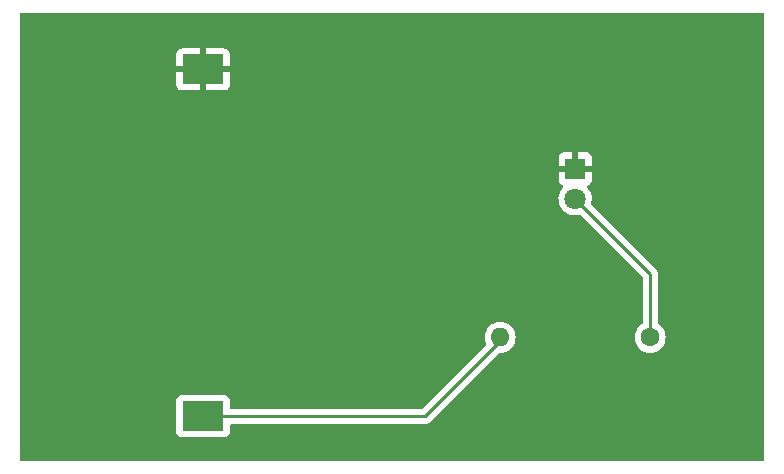
<source format=gbl>
%TF.GenerationSoftware,KiCad,Pcbnew,(6.0.5)*%
%TF.CreationDate,2022-05-25T19:28:13+08:00*%
%TF.ProjectId,uinio,75696e69-6f2e-46b6-9963-61645f706362,rev?*%
%TF.SameCoordinates,Original*%
%TF.FileFunction,Copper,L2,Bot*%
%TF.FilePolarity,Positive*%
%FSLAX46Y46*%
G04 Gerber Fmt 4.6, Leading zero omitted, Abs format (unit mm)*
G04 Created by KiCad (PCBNEW (6.0.5)) date 2022-05-25 19:28:13*
%MOMM*%
%LPD*%
G01*
G04 APERTURE LIST*
%TA.AperFunction,ComponentPad*%
%ADD10R,1.800000X1.800000*%
%TD*%
%TA.AperFunction,ComponentPad*%
%ADD11C,1.800000*%
%TD*%
%TA.AperFunction,ComponentPad*%
%ADD12C,1.600000*%
%TD*%
%TA.AperFunction,ComponentPad*%
%ADD13O,1.600000X1.600000*%
%TD*%
%TA.AperFunction,SMDPad,CuDef*%
%ADD14R,3.510000X2.540000*%
%TD*%
%TA.AperFunction,ViaPad*%
%ADD15C,0.800000*%
%TD*%
%TA.AperFunction,Conductor*%
%ADD16C,0.250000*%
%TD*%
G04 APERTURE END LIST*
D10*
%TO.P,D1,1,K*%
%TO.N,GND*%
X178500000Y-74225000D03*
D11*
%TO.P,D1,2,A*%
%TO.N,/LED*%
X178500000Y-76765000D03*
%TD*%
D12*
%TO.P,R1,1*%
%TO.N,/LED*%
X184850000Y-88500000D03*
D13*
%TO.P,R1,2*%
%TO.N,VCC*%
X172150000Y-88500000D03*
%TD*%
D14*
%TO.P,BT1,1,+*%
%TO.N,VCC*%
X147000000Y-95180000D03*
%TO.P,BT1,2,-*%
%TO.N,GND*%
X147000000Y-65820000D03*
%TD*%
D15*
%TO.N,GND*%
X157500000Y-65900000D03*
X170950000Y-74200000D03*
%TD*%
D16*
%TO.N,VCC*%
X148300000Y-95200000D02*
X165800000Y-95200000D01*
X147000000Y-95180000D02*
X148280000Y-95180000D01*
X172150000Y-88850000D02*
X172150000Y-88500000D01*
X148280000Y-95180000D02*
X148300000Y-95200000D01*
X165800000Y-95200000D02*
X172150000Y-88850000D01*
%TO.N,GND*%
X157420000Y-65820000D02*
X147000000Y-65820000D01*
X170975000Y-74225000D02*
X170950000Y-74200000D01*
X178500000Y-74225000D02*
X170975000Y-74225000D01*
X157500000Y-65900000D02*
X157420000Y-65820000D01*
%TO.N,/LED*%
X184850000Y-88500000D02*
X184850000Y-83115000D01*
X184850000Y-83115000D02*
X178500000Y-76765000D01*
%TD*%
%TA.AperFunction,Conductor*%
%TO.N,GND*%
G36*
X194433621Y-61028502D02*
G01*
X194480114Y-61082158D01*
X194491500Y-61134500D01*
X194491500Y-98865500D01*
X194471498Y-98933621D01*
X194417842Y-98980114D01*
X194365500Y-98991500D01*
X131634500Y-98991500D01*
X131566379Y-98971498D01*
X131519886Y-98917842D01*
X131508500Y-98865500D01*
X131508500Y-96498134D01*
X144736500Y-96498134D01*
X144743255Y-96560316D01*
X144794385Y-96696705D01*
X144881739Y-96813261D01*
X144998295Y-96900615D01*
X145134684Y-96951745D01*
X145196866Y-96958500D01*
X148803134Y-96958500D01*
X148865316Y-96951745D01*
X149001705Y-96900615D01*
X149118261Y-96813261D01*
X149205615Y-96696705D01*
X149256745Y-96560316D01*
X149263500Y-96498134D01*
X149263500Y-95959500D01*
X149283502Y-95891379D01*
X149337158Y-95844886D01*
X149389500Y-95833500D01*
X165721233Y-95833500D01*
X165732416Y-95834027D01*
X165739909Y-95835702D01*
X165747835Y-95835453D01*
X165747836Y-95835453D01*
X165807986Y-95833562D01*
X165811945Y-95833500D01*
X165839856Y-95833500D01*
X165843791Y-95833003D01*
X165843856Y-95832995D01*
X165855693Y-95832062D01*
X165887951Y-95831048D01*
X165891970Y-95830922D01*
X165899889Y-95830673D01*
X165919343Y-95825021D01*
X165938700Y-95821013D01*
X165950930Y-95819468D01*
X165950931Y-95819468D01*
X165958797Y-95818474D01*
X165966168Y-95815555D01*
X165966170Y-95815555D01*
X165999912Y-95802196D01*
X166011142Y-95798351D01*
X166045983Y-95788229D01*
X166045984Y-95788229D01*
X166053593Y-95786018D01*
X166060412Y-95781985D01*
X166060417Y-95781983D01*
X166071028Y-95775707D01*
X166088776Y-95767012D01*
X166107617Y-95759552D01*
X166143387Y-95733564D01*
X166153307Y-95727048D01*
X166184535Y-95708580D01*
X166184538Y-95708578D01*
X166191362Y-95704542D01*
X166205683Y-95690221D01*
X166220717Y-95677380D01*
X166230694Y-95670131D01*
X166237107Y-95665472D01*
X166265298Y-95631395D01*
X166273288Y-95622616D01*
X172046298Y-89849607D01*
X172108610Y-89815581D01*
X172139018Y-89813648D01*
X172139018Y-89813019D01*
X172144525Y-89813019D01*
X172150000Y-89813498D01*
X172378087Y-89793543D01*
X172383400Y-89792119D01*
X172383402Y-89792119D01*
X172593933Y-89735707D01*
X172593935Y-89735706D01*
X172599243Y-89734284D01*
X172604225Y-89731961D01*
X172801762Y-89639849D01*
X172801767Y-89639846D01*
X172806749Y-89637523D01*
X172911611Y-89564098D01*
X172989789Y-89509357D01*
X172989792Y-89509355D01*
X172994300Y-89506198D01*
X173156198Y-89344300D01*
X173287523Y-89156749D01*
X173289846Y-89151767D01*
X173289849Y-89151762D01*
X173381961Y-88954225D01*
X173381961Y-88954224D01*
X173384284Y-88949243D01*
X173443543Y-88728087D01*
X173463498Y-88500000D01*
X173443543Y-88271913D01*
X173384284Y-88050757D01*
X173381961Y-88045775D01*
X173289849Y-87848238D01*
X173289846Y-87848233D01*
X173287523Y-87843251D01*
X173156198Y-87655700D01*
X172994300Y-87493802D01*
X172989792Y-87490645D01*
X172989789Y-87490643D01*
X172837228Y-87383819D01*
X172806749Y-87362477D01*
X172801767Y-87360154D01*
X172801762Y-87360151D01*
X172604225Y-87268039D01*
X172604224Y-87268039D01*
X172599243Y-87265716D01*
X172593935Y-87264294D01*
X172593933Y-87264293D01*
X172383402Y-87207881D01*
X172383400Y-87207881D01*
X172378087Y-87206457D01*
X172150000Y-87186502D01*
X171921913Y-87206457D01*
X171916600Y-87207881D01*
X171916598Y-87207881D01*
X171706067Y-87264293D01*
X171706065Y-87264294D01*
X171700757Y-87265716D01*
X171695776Y-87268039D01*
X171695775Y-87268039D01*
X171498238Y-87360151D01*
X171498233Y-87360154D01*
X171493251Y-87362477D01*
X171462772Y-87383819D01*
X171310211Y-87490643D01*
X171310208Y-87490645D01*
X171305700Y-87493802D01*
X171143802Y-87655700D01*
X171012477Y-87843251D01*
X171010154Y-87848233D01*
X171010151Y-87848238D01*
X170918039Y-88045775D01*
X170915716Y-88050757D01*
X170856457Y-88271913D01*
X170836502Y-88500000D01*
X170856457Y-88728087D01*
X170915716Y-88949243D01*
X170918039Y-88954225D01*
X170918041Y-88954230D01*
X170954479Y-89032373D01*
X170965140Y-89102565D01*
X170936159Y-89167377D01*
X170929379Y-89174717D01*
X165574500Y-94529595D01*
X165512188Y-94563621D01*
X165485405Y-94566500D01*
X149389500Y-94566500D01*
X149321379Y-94546498D01*
X149274886Y-94492842D01*
X149263500Y-94440500D01*
X149263500Y-93861866D01*
X149256745Y-93799684D01*
X149205615Y-93663295D01*
X149118261Y-93546739D01*
X149001705Y-93459385D01*
X148865316Y-93408255D01*
X148803134Y-93401500D01*
X145196866Y-93401500D01*
X145134684Y-93408255D01*
X144998295Y-93459385D01*
X144881739Y-93546739D01*
X144794385Y-93663295D01*
X144743255Y-93799684D01*
X144736500Y-93861866D01*
X144736500Y-96498134D01*
X131508500Y-96498134D01*
X131508500Y-76730469D01*
X177087095Y-76730469D01*
X177087392Y-76735622D01*
X177087392Y-76735625D01*
X177093067Y-76834041D01*
X177100427Y-76961697D01*
X177101564Y-76966743D01*
X177101565Y-76966749D01*
X177122252Y-77058541D01*
X177151346Y-77187642D01*
X177153288Y-77192424D01*
X177153289Y-77192428D01*
X177159193Y-77206967D01*
X177238484Y-77402237D01*
X177359501Y-77599719D01*
X177511147Y-77774784D01*
X177689349Y-77922730D01*
X177889322Y-78039584D01*
X178105694Y-78122209D01*
X178110760Y-78123240D01*
X178110761Y-78123240D01*
X178115401Y-78124184D01*
X178332656Y-78168385D01*
X178463324Y-78173176D01*
X178558949Y-78176683D01*
X178558953Y-78176683D01*
X178564113Y-78176872D01*
X178569233Y-78176216D01*
X178569235Y-78176216D01*
X178788719Y-78148099D01*
X178788720Y-78148099D01*
X178793847Y-78147442D01*
X178798798Y-78145957D01*
X178798801Y-78145956D01*
X178869985Y-78124600D01*
X178940980Y-78124184D01*
X178995287Y-78156191D01*
X184179595Y-83340500D01*
X184213621Y-83402812D01*
X184216500Y-83429595D01*
X184216500Y-87280606D01*
X184196498Y-87348727D01*
X184162771Y-87383819D01*
X184010211Y-87490643D01*
X184010208Y-87490645D01*
X184005700Y-87493802D01*
X183843802Y-87655700D01*
X183712477Y-87843251D01*
X183710154Y-87848233D01*
X183710151Y-87848238D01*
X183618039Y-88045775D01*
X183615716Y-88050757D01*
X183556457Y-88271913D01*
X183536502Y-88500000D01*
X183556457Y-88728087D01*
X183615716Y-88949243D01*
X183618039Y-88954224D01*
X183618039Y-88954225D01*
X183710151Y-89151762D01*
X183710154Y-89151767D01*
X183712477Y-89156749D01*
X183843802Y-89344300D01*
X184005700Y-89506198D01*
X184010208Y-89509355D01*
X184010211Y-89509357D01*
X184088389Y-89564098D01*
X184193251Y-89637523D01*
X184198233Y-89639846D01*
X184198238Y-89639849D01*
X184395775Y-89731961D01*
X184400757Y-89734284D01*
X184406065Y-89735706D01*
X184406067Y-89735707D01*
X184616598Y-89792119D01*
X184616600Y-89792119D01*
X184621913Y-89793543D01*
X184850000Y-89813498D01*
X185078087Y-89793543D01*
X185083400Y-89792119D01*
X185083402Y-89792119D01*
X185293933Y-89735707D01*
X185293935Y-89735706D01*
X185299243Y-89734284D01*
X185304225Y-89731961D01*
X185501762Y-89639849D01*
X185501767Y-89639846D01*
X185506749Y-89637523D01*
X185611611Y-89564098D01*
X185689789Y-89509357D01*
X185689792Y-89509355D01*
X185694300Y-89506198D01*
X185856198Y-89344300D01*
X185987523Y-89156749D01*
X185989846Y-89151767D01*
X185989849Y-89151762D01*
X186081961Y-88954225D01*
X186081961Y-88954224D01*
X186084284Y-88949243D01*
X186143543Y-88728087D01*
X186163498Y-88500000D01*
X186143543Y-88271913D01*
X186084284Y-88050757D01*
X186081961Y-88045775D01*
X185989849Y-87848238D01*
X185989846Y-87848233D01*
X185987523Y-87843251D01*
X185856198Y-87655700D01*
X185694300Y-87493802D01*
X185689792Y-87490645D01*
X185689789Y-87490643D01*
X185537229Y-87383819D01*
X185492901Y-87328362D01*
X185483500Y-87280606D01*
X185483500Y-83193767D01*
X185484027Y-83182584D01*
X185485702Y-83175091D01*
X185483562Y-83107014D01*
X185483500Y-83103055D01*
X185483500Y-83075144D01*
X185482995Y-83071144D01*
X185482062Y-83059301D01*
X185480922Y-83023029D01*
X185480673Y-83015110D01*
X185475022Y-82995658D01*
X185471014Y-82976306D01*
X185469467Y-82964063D01*
X185468474Y-82956203D01*
X185465556Y-82948832D01*
X185452200Y-82915097D01*
X185448355Y-82903870D01*
X185447721Y-82901687D01*
X185436018Y-82861407D01*
X185425707Y-82843972D01*
X185417012Y-82826224D01*
X185409552Y-82807383D01*
X185383564Y-82771613D01*
X185377048Y-82761693D01*
X185358580Y-82730465D01*
X185358578Y-82730462D01*
X185354542Y-82723638D01*
X185340221Y-82709317D01*
X185327380Y-82694283D01*
X185320131Y-82684306D01*
X185315472Y-82677893D01*
X185281395Y-82649702D01*
X185272616Y-82641712D01*
X179891299Y-77260395D01*
X179857273Y-77198083D01*
X179859836Y-77134671D01*
X179879903Y-77068624D01*
X179881408Y-77063671D01*
X179911640Y-76834041D01*
X179913327Y-76765000D01*
X179907032Y-76688434D01*
X179894773Y-76539318D01*
X179894772Y-76539312D01*
X179894349Y-76534167D01*
X179837925Y-76309533D01*
X179835866Y-76304797D01*
X179747630Y-76101868D01*
X179747628Y-76101865D01*
X179745570Y-76097131D01*
X179619764Y-75902665D01*
X179529486Y-75803450D01*
X179498434Y-75739605D01*
X179506829Y-75669106D01*
X179552005Y-75614338D01*
X179578449Y-75600669D01*
X179638054Y-75578324D01*
X179653649Y-75569786D01*
X179755724Y-75493285D01*
X179768285Y-75480724D01*
X179844786Y-75378649D01*
X179853324Y-75363054D01*
X179898478Y-75242606D01*
X179902105Y-75227351D01*
X179907631Y-75176486D01*
X179908000Y-75169672D01*
X179908000Y-74497115D01*
X179903525Y-74481876D01*
X179902135Y-74480671D01*
X179894452Y-74479000D01*
X177110116Y-74479000D01*
X177094877Y-74483475D01*
X177093672Y-74484865D01*
X177092001Y-74492548D01*
X177092001Y-75169669D01*
X177092371Y-75176490D01*
X177097895Y-75227352D01*
X177101521Y-75242604D01*
X177146676Y-75363054D01*
X177155214Y-75378649D01*
X177231715Y-75480724D01*
X177244276Y-75493285D01*
X177346351Y-75569786D01*
X177361946Y-75578324D01*
X177421540Y-75600665D01*
X177478304Y-75643307D01*
X177503004Y-75709868D01*
X177487796Y-75779217D01*
X177468404Y-75805698D01*
X177401639Y-75875564D01*
X177398725Y-75879836D01*
X177398724Y-75879837D01*
X177383152Y-75902665D01*
X177271119Y-76066899D01*
X177173602Y-76276981D01*
X177111707Y-76500169D01*
X177087095Y-76730469D01*
X131508500Y-76730469D01*
X131508500Y-73952885D01*
X177092000Y-73952885D01*
X177096475Y-73968124D01*
X177097865Y-73969329D01*
X177105548Y-73971000D01*
X178227885Y-73971000D01*
X178243124Y-73966525D01*
X178244329Y-73965135D01*
X178246000Y-73957452D01*
X178246000Y-73952885D01*
X178754000Y-73952885D01*
X178758475Y-73968124D01*
X178759865Y-73969329D01*
X178767548Y-73971000D01*
X179889884Y-73971000D01*
X179905123Y-73966525D01*
X179906328Y-73965135D01*
X179907999Y-73957452D01*
X179907999Y-73280331D01*
X179907629Y-73273510D01*
X179902105Y-73222648D01*
X179898479Y-73207396D01*
X179853324Y-73086946D01*
X179844786Y-73071351D01*
X179768285Y-72969276D01*
X179755724Y-72956715D01*
X179653649Y-72880214D01*
X179638054Y-72871676D01*
X179517606Y-72826522D01*
X179502351Y-72822895D01*
X179451486Y-72817369D01*
X179444672Y-72817000D01*
X178772115Y-72817000D01*
X178756876Y-72821475D01*
X178755671Y-72822865D01*
X178754000Y-72830548D01*
X178754000Y-73952885D01*
X178246000Y-73952885D01*
X178246000Y-72835116D01*
X178241525Y-72819877D01*
X178240135Y-72818672D01*
X178232452Y-72817001D01*
X177555331Y-72817001D01*
X177548510Y-72817371D01*
X177497648Y-72822895D01*
X177482396Y-72826521D01*
X177361946Y-72871676D01*
X177346351Y-72880214D01*
X177244276Y-72956715D01*
X177231715Y-72969276D01*
X177155214Y-73071351D01*
X177146676Y-73086946D01*
X177101522Y-73207394D01*
X177097895Y-73222649D01*
X177092369Y-73273514D01*
X177092000Y-73280328D01*
X177092000Y-73952885D01*
X131508500Y-73952885D01*
X131508500Y-67134669D01*
X144737001Y-67134669D01*
X144737371Y-67141490D01*
X144742895Y-67192352D01*
X144746521Y-67207604D01*
X144791676Y-67328054D01*
X144800214Y-67343649D01*
X144876715Y-67445724D01*
X144889276Y-67458285D01*
X144991351Y-67534786D01*
X145006946Y-67543324D01*
X145127394Y-67588478D01*
X145142649Y-67592105D01*
X145193514Y-67597631D01*
X145200328Y-67598000D01*
X146727885Y-67598000D01*
X146743124Y-67593525D01*
X146744329Y-67592135D01*
X146746000Y-67584452D01*
X146746000Y-67579884D01*
X147254000Y-67579884D01*
X147258475Y-67595123D01*
X147259865Y-67596328D01*
X147267548Y-67597999D01*
X148799669Y-67597999D01*
X148806490Y-67597629D01*
X148857352Y-67592105D01*
X148872604Y-67588479D01*
X148993054Y-67543324D01*
X149008649Y-67534786D01*
X149110724Y-67458285D01*
X149123285Y-67445724D01*
X149199786Y-67343649D01*
X149208324Y-67328054D01*
X149253478Y-67207606D01*
X149257105Y-67192351D01*
X149262631Y-67141486D01*
X149263000Y-67134672D01*
X149263000Y-66092115D01*
X149258525Y-66076876D01*
X149257135Y-66075671D01*
X149249452Y-66074000D01*
X147272115Y-66074000D01*
X147256876Y-66078475D01*
X147255671Y-66079865D01*
X147254000Y-66087548D01*
X147254000Y-67579884D01*
X146746000Y-67579884D01*
X146746000Y-66092115D01*
X146741525Y-66076876D01*
X146740135Y-66075671D01*
X146732452Y-66074000D01*
X144755116Y-66074000D01*
X144739877Y-66078475D01*
X144738672Y-66079865D01*
X144737001Y-66087548D01*
X144737001Y-67134669D01*
X131508500Y-67134669D01*
X131508500Y-65547885D01*
X144737000Y-65547885D01*
X144741475Y-65563124D01*
X144742865Y-65564329D01*
X144750548Y-65566000D01*
X146727885Y-65566000D01*
X146743124Y-65561525D01*
X146744329Y-65560135D01*
X146746000Y-65552452D01*
X146746000Y-65547885D01*
X147254000Y-65547885D01*
X147258475Y-65563124D01*
X147259865Y-65564329D01*
X147267548Y-65566000D01*
X149244884Y-65566000D01*
X149260123Y-65561525D01*
X149261328Y-65560135D01*
X149262999Y-65552452D01*
X149262999Y-64505331D01*
X149262629Y-64498510D01*
X149257105Y-64447648D01*
X149253479Y-64432396D01*
X149208324Y-64311946D01*
X149199786Y-64296351D01*
X149123285Y-64194276D01*
X149110724Y-64181715D01*
X149008649Y-64105214D01*
X148993054Y-64096676D01*
X148872606Y-64051522D01*
X148857351Y-64047895D01*
X148806486Y-64042369D01*
X148799672Y-64042000D01*
X147272115Y-64042000D01*
X147256876Y-64046475D01*
X147255671Y-64047865D01*
X147254000Y-64055548D01*
X147254000Y-65547885D01*
X146746000Y-65547885D01*
X146746000Y-64060116D01*
X146741525Y-64044877D01*
X146740135Y-64043672D01*
X146732452Y-64042001D01*
X145200331Y-64042001D01*
X145193510Y-64042371D01*
X145142648Y-64047895D01*
X145127396Y-64051521D01*
X145006946Y-64096676D01*
X144991351Y-64105214D01*
X144889276Y-64181715D01*
X144876715Y-64194276D01*
X144800214Y-64296351D01*
X144791676Y-64311946D01*
X144746522Y-64432394D01*
X144742895Y-64447649D01*
X144737369Y-64498514D01*
X144737000Y-64505328D01*
X144737000Y-65547885D01*
X131508500Y-65547885D01*
X131508500Y-61134500D01*
X131528502Y-61066379D01*
X131582158Y-61019886D01*
X131634500Y-61008500D01*
X194365500Y-61008500D01*
X194433621Y-61028502D01*
G37*
%TD.AperFunction*%
%TD*%
M02*

</source>
